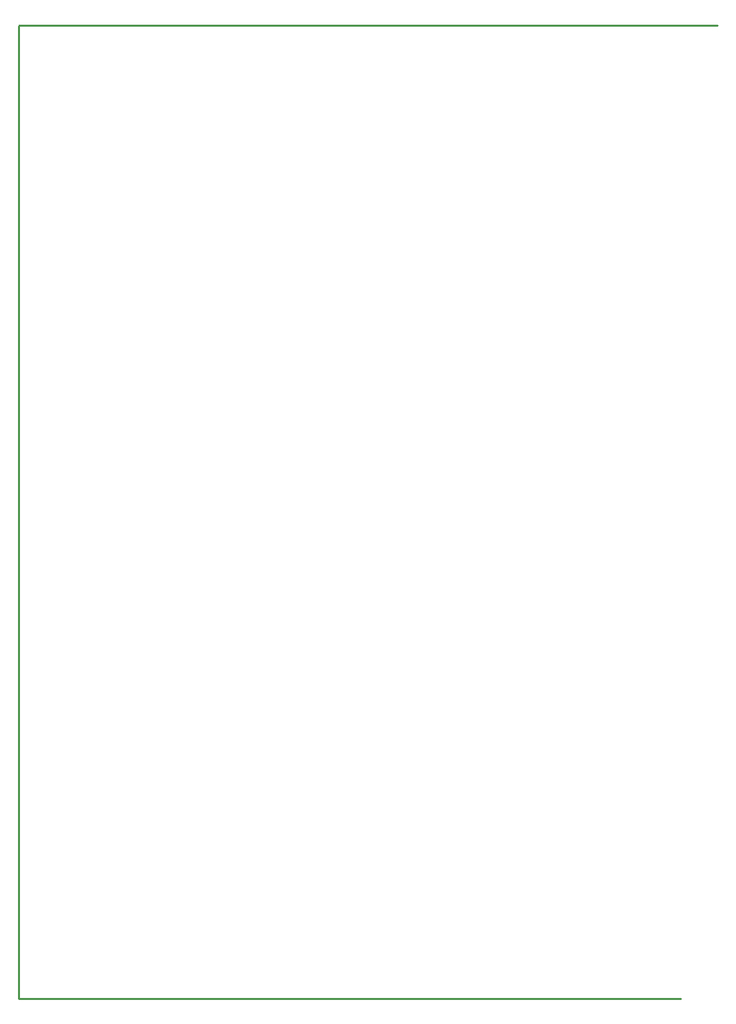
<source format=gko>
G04 Layer_Color=16711935*
%FSLAX25Y25*%
%MOIN*%
G70*
G01*
G75*
%ADD28C,0.01000*%
D28*
X100500Y542000D02*
X101000Y542500D01*
X450000D01*
X100500Y56500D02*
Y542000D01*
Y56500D02*
X431500D01*
M02*

</source>
